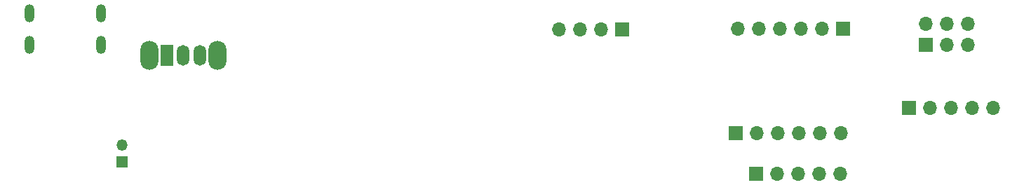
<source format=gbr>
%TF.GenerationSoftware,KiCad,Pcbnew,7.0.10*%
%TF.CreationDate,2024-11-03T00:15:00-07:00*%
%TF.ProjectId,winston-pomodoro-timer,77696e73-746f-46e2-9d70-6f6d6f646f72,rev?*%
%TF.SameCoordinates,Original*%
%TF.FileFunction,Soldermask,Bot*%
%TF.FilePolarity,Negative*%
%FSLAX46Y46*%
G04 Gerber Fmt 4.6, Leading zero omitted, Abs format (unit mm)*
G04 Created by KiCad (PCBNEW 7.0.10) date 2024-11-03 00:15:00*
%MOMM*%
%LPD*%
G01*
G04 APERTURE LIST*
%ADD10R,1.700000X1.700000*%
%ADD11O,1.700000X1.700000*%
%ADD12O,2.200000X3.500000*%
%ADD13R,1.500000X2.500000*%
%ADD14O,1.500000X2.500000*%
%ADD15R,1.350000X1.350000*%
%ADD16O,1.350000X1.350000*%
%ADD17O,1.204000X2.204000*%
G04 APERTURE END LIST*
D10*
%TO.C,J1*%
X225840000Y-75000000D03*
D11*
X228380000Y-75000000D03*
X230920000Y-75000000D03*
X233460000Y-75000000D03*
X236000000Y-75000000D03*
%TD*%
D12*
%TO.C,SW2*%
X134150000Y-68650000D03*
X142350000Y-68650000D03*
D13*
X136250000Y-68650000D03*
D14*
X138250000Y-68650000D03*
X140250000Y-68650000D03*
%TD*%
D15*
%TO.C,J3*%
X130900000Y-81450000D03*
D16*
X130900000Y-79450000D03*
%TD*%
D10*
%TO.C,ICSP1*%
X227860000Y-67340000D03*
D11*
X227860000Y-64800000D03*
X230400000Y-67340000D03*
X230400000Y-64800000D03*
X232940000Y-67340000D03*
X232940000Y-64800000D03*
%TD*%
D10*
%TO.C,J5*%
X204980000Y-78000000D03*
D11*
X207520000Y-78000000D03*
X210060000Y-78000000D03*
X212600000Y-78000000D03*
X215140000Y-78000000D03*
X217680000Y-78000000D03*
%TD*%
D10*
%TO.C,J2*%
X207425000Y-82900000D03*
D11*
X209965000Y-82900000D03*
X212505000Y-82900000D03*
X215045000Y-82900000D03*
X217585000Y-82900000D03*
%TD*%
D10*
%TO.C,FTDI-Header1*%
X217940000Y-65400000D03*
D11*
X215400000Y-65400000D03*
X212860000Y-65400000D03*
X210320000Y-65400000D03*
X207780000Y-65400000D03*
X205240000Y-65400000D03*
%TD*%
D10*
%TO.C,J4*%
X191200000Y-65500000D03*
D11*
X188660000Y-65500000D03*
X186120000Y-65500000D03*
X183580000Y-65500000D03*
%TD*%
D17*
%TO.C,J6*%
X128320000Y-67350000D03*
X119680000Y-67350000D03*
X128320000Y-63550000D03*
X119680000Y-63550000D03*
%TD*%
M02*

</source>
